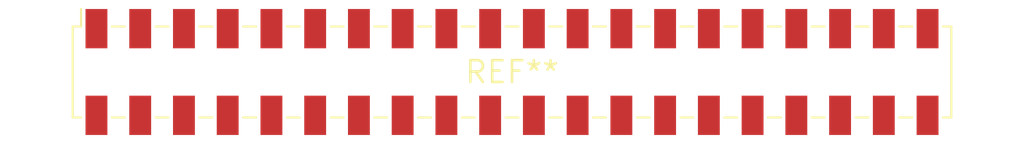
<source format=kicad_pcb>
(kicad_pcb (version 20240108) (generator pcbnew)
  (layers (0 "F.Cu" signal) (31 "B.Cu" signal) (34 "B.Paste" user) (35 "F.Paste" user) (36 "B.SilkS" user "B.Silkscreen") (37 "F.SilkS" user "F.Silkscreen") (38 "B.Mask" user) (39 "F.Mask" user) (44 "Edge.Cuts" user))
  (net 0 "")
  (footprint "Samtec_HLE-120-02-xxx-DV-LC_2x20_P2.54mm_Horizontal" (layer "F.Cu") (at 0 0)
    (property "Reference" "REF**")
    (property "Value" "Samtec_HLE-120-02-xxx-DV-LC_2x20_P2.54mm_Horizontal")
    (fp_line (start -25.51 -2.65) (end -25.51 2.65) (layer "F.SilkS") (stroke (width 0.12)))
    (fp_line (start -25.51 2.65) (end -25.025 2.65) (layer "F.SilkS") (stroke (width 0.12)))
    (fp_line (start -25.025 -3.67) (end -25.025 -2.65) (layer "F.SilkS") (stroke (width 0.12)))
    (fp_line (start -25.025 -2.65) (end -25.51 -2.65) (layer "F.SilkS") (stroke (width 0.12)))
    (fp_line (start -23.235 -2.65) (end -22.485 -2.65) (layer "F.SilkS") (stroke (width 0.12)))
    (fp_line (start -23.235 2.65) (end -22.485 2.65) (layer "F.SilkS") (stroke (width 0.12)))
    (fp_line (start -20.695 -2.65) (end -19.945 -2.65) (layer "F.SilkS") (stroke (width 0.12)))
    (fp_line (start -20.695 2.65) (end -19.945 2.65) (layer "F.SilkS") (stroke (width 0.12)))
    (fp_line (start -18.155 -2.65) (end -17.405 -2.65) (layer "F.SilkS") (stroke (width 0.12)))
    (fp_line (start -18.155 2.65) (end -17.405 2.65) (layer "F.SilkS") (stroke (width 0.12)))
    (fp_line (start -15.615 -2.65) (end -14.865 -2.65) (layer "F.SilkS") (stroke (width 0.12)))
    (fp_line (start -15.615 2.65) (end -14.865 2.65) (layer "F.SilkS") (stroke (width 0.12)))
    (fp_line (start -13.075 -2.65) (end -12.325 -2.65) (layer "F.SilkS") (stroke (width 0.12)))
    (fp_line (start -13.075 2.65) (end -12.325 2.65) (layer "F.SilkS") (stroke (width 0.12)))
    (fp_line (start -10.535 -2.65) (end -9.785 -2.65) (layer "F.SilkS") (stroke (width 0.12)))
    (fp_line (start -10.535 2.65) (end -9.785 2.65) (layer "F.SilkS") (stroke (width 0.12)))
    (fp_line (start -7.995 -2.65) (end -7.245 -2.65) (layer "F.SilkS") (stroke (width 0.12)))
    (fp_line (start -7.995 2.65) (end -7.245 2.65) (layer "F.SilkS") (stroke (width 0.12)))
    (fp_line (start -5.455 -2.65) (end -4.705 -2.65) (layer "F.SilkS") (stroke (width 0.12)))
    (fp_line (start -5.455 2.65) (end -4.705 2.65) (layer "F.SilkS") (stroke (width 0.12)))
    (fp_line (start -2.915 -2.65) (end -2.165 -2.65) (layer "F.SilkS") (stroke (width 0.12)))
    (fp_line (start -2.915 2.65) (end -2.165 2.65) (layer "F.SilkS") (stroke (width 0.12)))
    (fp_line (start -0.375 -2.65) (end 0.375 -2.65) (layer "F.SilkS") (stroke (width 0.12)))
    (fp_line (start -0.375 2.65) (end 0.375 2.65) (layer "F.SilkS") (stroke (width 0.12)))
    (fp_line (start 2.165 -2.65) (end 2.915 -2.65) (layer "F.SilkS") (stroke (width 0.12)))
    (fp_line (start 2.165 2.65) (end 2.915 2.65) (layer "F.SilkS") (stroke (width 0.12)))
    (fp_line (start 4.705 -2.65) (end 5.455 -2.65) (layer "F.SilkS") (stroke (width 0.12)))
    (fp_line (start 4.705 2.65) (end 5.455 2.65) (layer "F.SilkS") (stroke (width 0.12)))
    (fp_line (start 7.245 -2.65) (end 7.995 -2.65) (layer "F.SilkS") (stroke (width 0.12)))
    (fp_line (start 7.245 2.65) (end 7.995 2.65) (layer "F.SilkS") (stroke (width 0.12)))
    (fp_line (start 9.785 -2.65) (end 10.535 -2.65) (layer "F.SilkS") (stroke (width 0.12)))
    (fp_line (start 9.785 2.65) (end 10.535 2.65) (layer "F.SilkS") (stroke (width 0.12)))
    (fp_line (start 12.325 -2.65) (end 13.075 -2.65) (layer "F.SilkS") (stroke (width 0.12)))
    (fp_line (start 12.325 2.65) (end 13.075 2.65) (layer "F.SilkS") (stroke (width 0.12)))
    (fp_line (start 14.865 -2.65) (end 15.615 -2.65) (layer "F.SilkS") (stroke (width 0.12)))
    (fp_line (start 14.865 2.65) (end 15.615 2.65) (layer "F.SilkS") (stroke (width 0.12)))
    (fp_line (start 17.405 -2.65) (end 18.155 -2.65) (layer "F.SilkS") (stroke (width 0.12)))
    (fp_line (start 17.405 2.65) (end 18.155 2.65) (layer "F.SilkS") (stroke (width 0.12)))
    (fp_line (start 19.945 -2.65) (end 20.695 -2.65) (layer "F.SilkS") (stroke (width 0.12)))
    (fp_line (start 19.945 2.65) (end 20.695 2.65) (layer "F.SilkS") (stroke (width 0.12)))
    (fp_line (start 22.485 -2.65) (end 23.235 -2.65) (layer "F.SilkS") (stroke (width 0.12)))
    (fp_line (start 22.485 2.65) (end 23.235 2.65) (layer "F.SilkS") (stroke (width 0.12)))
    (fp_line (start 25.025 -2.65) (end 25.51 -2.65) (layer "F.SilkS") (stroke (width 0.12)))
    (fp_line (start 25.51 -2.65) (end 25.51 2.65) (layer "F.SilkS") (stroke (width 0.12)))
    (fp_line (start 25.51 2.65) (end 25.025 2.65) (layer "F.SilkS") (stroke (width 0.12)))
    (pad "" np_thru_hole circle (at -22.86 0) (size 1.19 1.19) (drill 1.19) (layers *.Cu *.Mask))
    (pad "" np_thru_hole circle (at 22.86 0) (size 1.19 1.19) (drill 1.19) (layers *.Cu *.Mask))
    (pad "1" smd rect (at -24.13 -2.525) (size 1.27 2.29) (layers "F.Cu" "F.Paste" "F.Mask"))
    (pad "2" smd rect (at -24.13 2.525) (size 1.27 2.29) (layers "F.Cu" "F.Paste" "F.Mask"))
    (pad "3" smd rect (at -21.59 -2.525) (size 1.27 2.29) (layers "F.Cu" "F.Paste" "F.Mask"))
    (pad "4" smd rect (at -21.59 2.525) (size 1.27 2.29) (layers "F.Cu" "F.Paste" "F.Mask"))
    (pad "5" smd rect (at -19.05 -2.525) (size 1.27 2.29) (layers "F.Cu" "F.Paste" "F.Mask"))
    (pad "6" smd rect (at -19.05 2.525) (size 1.27 2.29) (layers "F.Cu" "F.Paste" "F.Mask"))
    (pad "7" smd rect (at -16.51 -2.525) (size 1.27 2.29) (layers "F.Cu" "F.Paste" "F.Mask"))
    (pad "8" smd rect (at -16.51 2.525) (size 1.27 2.29) (layers "F.Cu" "F.Paste" "F.Mask"))
    (pad "9" smd rect (at -13.97 -2.525) (size 1.27 2.29) (layers "F.Cu" "F.Paste" "F.Mask"))
    (pad "10" smd rect (at -13.97 2.525) (size 1.27 2.29) (layers "F.Cu" "F.Paste" "F.Mask"))
    (pad "11" smd rect (at -11.43 -2.525) (size 1.27 2.29) (layers "F.Cu" "F.Paste" "F.Mask"))
    (pad "12" smd rect (at -11.43 2.525) (size 1.27 2.29) (layers "F.Cu" "F.Paste" "F.Mask"))
    (pad "13" smd rect (at -8.89 -2.525) (size 1.27 2.29) (layers "F.Cu" "F.Paste" "F.Mask"))
    (pad "14" smd rect (at -8.89 2.525) (size 1.27 2.29) (layers "F.Cu" "F.Paste" "F.Mask"))
    (pad "15" smd rect (at -6.35 -2.525) (size 1.27 2.29) (layers "F.Cu" "F.Paste" "F.Mask"))
    (pad "16" smd rect (at -6.35 2.525) (size 1.27 2.29) (layers "F.Cu" "F.Paste" "F.Mask"))
    (pad "17" smd rect (at -3.81 -2.525) (size 1.27 2.29) (layers "F.Cu" "F.Paste" "F.Mask"))
    (pad "18" smd rect (at -3.81 2.525) (size 1.27 2.29) (layers "F.Cu" "F.Paste" "F.Mask"))
    (pad "19" smd rect (at -1.27 -2.525) (size 1.27 2.29) (layers "F.Cu" "F.Paste" "F.Mask"))
    (pad "20" smd rect (at -1.27 2.525) (size 1.27 2.29) (layers "F.Cu" "F.Paste" "F.Mask"))
    (pad "21" smd rect (at 1.27 -2.525) (size 1.27 2.29) (layers "F.Cu" "F.Paste" "F.Mask"))
    (pad "22" smd rect (at 1.27 2.525) (size 1.27 2.29) (layers "F.Cu" "F.Paste" "F.Mask"))
    (pad "23" smd rect (at 3.81 -2.525) (size 1.27 2.29) (layers "F.Cu" "F.Paste" "F.Mask"))
    (pad "24" smd rect (at 3.81 2.525) (size 1.27 2.29) (layers "F.Cu" "F.Paste" "F.Mask"))
    (pad "25" smd rect (at 6.35 -2.525) (size 1.27 2.29) (layers "F.Cu" "F.Paste" "F.Mask"))
    (pad "26" smd rect (at 6.35 2.525) (size 1.27 2.29) (layers "F.Cu" "F.Paste" "F.Mask"))
    (pad "27" smd rect (at 8.89 -2.525) (size 1.27 2.29) (layers "F.Cu" "F.Paste" "F.Mask"))
    (pad "28" smd rect (at 8.89 2.525) (size 1.27 2.29) (layers "F.Cu" "F.Paste" "F.Mask"))
    (pad "29" smd rect (at 11.43 -2.525) (size 1.27 2.29) (layers "F.Cu" "F.Paste" "F.Mask"))
    (pad "30" smd rect (at 11.43 2.525) (size 1.27 2.29) (layers "F.Cu" "F.Paste" "F.Mask"))
    (pad "31" smd rect (at 13.97 -2.525) (size 1.27 2.29) (layers "F.Cu" "F.Paste" "F.Mask"))
    (pad "32" smd rect (at 13.97 2.525) (size 1.27 2.29) (layers "F.Cu" "F.Paste" "F.Mask"))
    (pad "33" smd rect (at 16.51 -2.525) (size 1.27 2.29) (layers "F.Cu" "F.Paste" "F.Mask"))
    (pad "34" smd rect (at 16.51 2.525) (size 1.27 2.29) (layers "F.Cu" "F.Paste" "F.Mask"))
    (pad "35" smd rect (at 19.05 -2.525) (size 1.27 2.29) (layers "F.Cu" "F.Paste" "F.Mask"))
    (pad "36" smd rect (at 19.05 2.525) (size 1.27 2.29) (layers "F.Cu" "F.Paste" "F.Mask"))
    (pad "37" smd rect (at 21.59 -2.525) (size 1.27 2.29) (layers "F.Cu" "F.Paste" "F.Mask"))
    (pad "38" smd rect (at 21.59 2.525) (size 1.27 2.29) (layers "F.Cu" "F.Paste" "F.Mask"))
    (pad "39" smd rect (at 24.13 -2.525) (size 1.27 2.29) (layers "F.Cu" "F.Paste" "F.Mask"))
    (pad "40" smd rect (at 24.13 2.525) (size 1.27 2.29) (layers "F.Cu" "F.Paste" "F.Mask"))
  )
)
</source>
